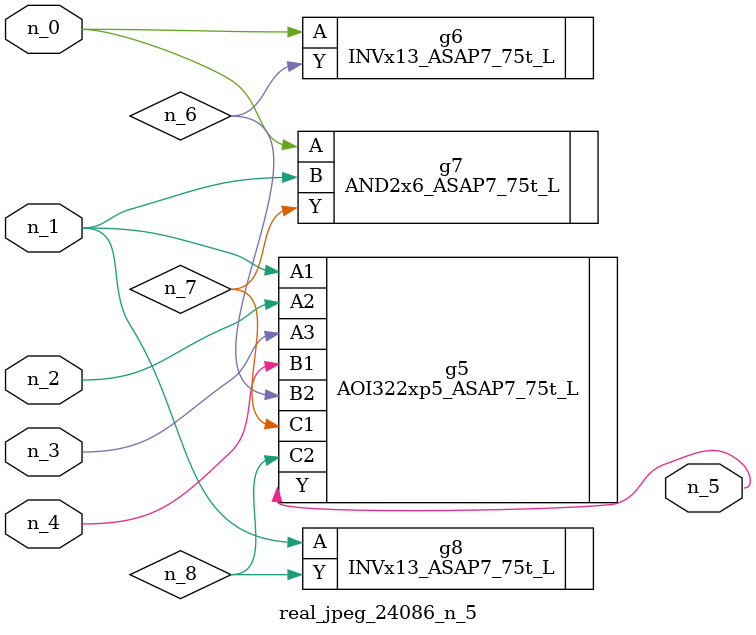
<source format=v>
module real_jpeg_24086_n_5 (n_4, n_0, n_1, n_2, n_3, n_5);

input n_4;
input n_0;
input n_1;
input n_2;
input n_3;

output n_5;

wire n_8;
wire n_6;
wire n_7;

INVx13_ASAP7_75t_L g6 ( 
.A(n_0),
.Y(n_6)
);

AND2x6_ASAP7_75t_L g7 ( 
.A(n_0),
.B(n_1),
.Y(n_7)
);

AOI322xp5_ASAP7_75t_L g5 ( 
.A1(n_1),
.A2(n_2),
.A3(n_3),
.B1(n_4),
.B2(n_6),
.C1(n_7),
.C2(n_8),
.Y(n_5)
);

INVx13_ASAP7_75t_L g8 ( 
.A(n_1),
.Y(n_8)
);


endmodule
</source>
